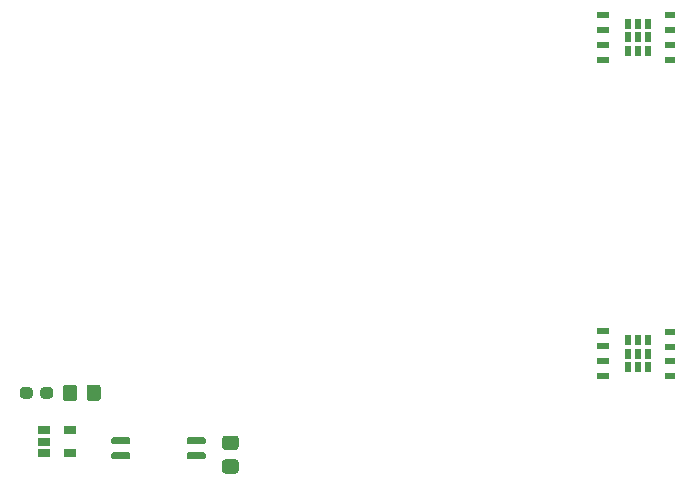
<source format=gbr>
%TF.GenerationSoftware,KiCad,Pcbnew,(5.1.7)-1*%
%TF.CreationDate,2021-07-26T21:24:21-04:00*%
%TF.ProjectId,PhoneInterface,50686f6e-6549-46e7-9465-72666163652e,rev?*%
%TF.SameCoordinates,Original*%
%TF.FileFunction,Paste,Top*%
%TF.FilePolarity,Positive*%
%FSLAX46Y46*%
G04 Gerber Fmt 4.6, Leading zero omitted, Abs format (unit mm)*
G04 Created by KiCad (PCBNEW (5.1.7)-1) date 2021-07-26 21:24:21*
%MOMM*%
%LPD*%
G01*
G04 APERTURE LIST*
%ADD10R,1.060000X0.650000*%
%ADD11R,0.600000X0.900000*%
%ADD12R,0.900000X0.600000*%
%ADD13R,1.050000X0.600000*%
G04 APERTURE END LIST*
D10*
%TO.C,U2*%
X136482000Y-120843000D03*
X136482000Y-122743000D03*
X134282000Y-122743000D03*
X134282000Y-121793000D03*
X134282000Y-120843000D03*
%TD*%
%TO.C,U1*%
G36*
G01*
X141592000Y-122849500D02*
X141592000Y-123149500D01*
G75*
G02*
X141442000Y-123299500I-150000J0D01*
G01*
X140117000Y-123299500D01*
G75*
G02*
X139967000Y-123149500I0J150000D01*
G01*
X139967000Y-122849500D01*
G75*
G02*
X140117000Y-122699500I150000J0D01*
G01*
X141442000Y-122699500D01*
G75*
G02*
X141592000Y-122849500I0J-150000D01*
G01*
G37*
G36*
G01*
X141592000Y-121579500D02*
X141592000Y-121879500D01*
G75*
G02*
X141442000Y-122029500I-150000J0D01*
G01*
X140117000Y-122029500D01*
G75*
G02*
X139967000Y-121879500I0J150000D01*
G01*
X139967000Y-121579500D01*
G75*
G02*
X140117000Y-121429500I150000J0D01*
G01*
X141442000Y-121429500D01*
G75*
G02*
X141592000Y-121579500I0J-150000D01*
G01*
G37*
G36*
G01*
X147967000Y-121579500D02*
X147967000Y-121879500D01*
G75*
G02*
X147817000Y-122029500I-150000J0D01*
G01*
X146492000Y-122029500D01*
G75*
G02*
X146342000Y-121879500I0J150000D01*
G01*
X146342000Y-121579500D01*
G75*
G02*
X146492000Y-121429500I150000J0D01*
G01*
X147817000Y-121429500D01*
G75*
G02*
X147967000Y-121579500I0J-150000D01*
G01*
G37*
G36*
G01*
X147967000Y-122849500D02*
X147967000Y-123149500D01*
G75*
G02*
X147817000Y-123299500I-150000J0D01*
G01*
X146492000Y-123299500D01*
G75*
G02*
X146342000Y-123149500I0J150000D01*
G01*
X146342000Y-122849500D01*
G75*
G02*
X146492000Y-122699500I150000J0D01*
G01*
X147817000Y-122699500D01*
G75*
G02*
X147967000Y-122849500I0J-150000D01*
G01*
G37*
%TD*%
%TO.C,R2*%
G36*
G01*
X150500501Y-122488500D02*
X149600499Y-122488500D01*
G75*
G02*
X149350500Y-122238501I0J249999D01*
G01*
X149350500Y-121538499D01*
G75*
G02*
X149600499Y-121288500I249999J0D01*
G01*
X150500501Y-121288500D01*
G75*
G02*
X150750500Y-121538499I0J-249999D01*
G01*
X150750500Y-122238501D01*
G75*
G02*
X150500501Y-122488500I-249999J0D01*
G01*
G37*
G36*
G01*
X150500501Y-124488500D02*
X149600499Y-124488500D01*
G75*
G02*
X149350500Y-124238501I0J249999D01*
G01*
X149350500Y-123538499D01*
G75*
G02*
X149600499Y-123288500I249999J0D01*
G01*
X150500501Y-123288500D01*
G75*
G02*
X150750500Y-123538499I0J-249999D01*
G01*
X150750500Y-124238501D01*
G75*
G02*
X150500501Y-124488500I-249999J0D01*
G01*
G37*
%TD*%
%TO.C,R1*%
G36*
G01*
X137077500Y-117215499D02*
X137077500Y-118115501D01*
G75*
G02*
X136827501Y-118365500I-249999J0D01*
G01*
X136127499Y-118365500D01*
G75*
G02*
X135877500Y-118115501I0J249999D01*
G01*
X135877500Y-117215499D01*
G75*
G02*
X136127499Y-116965500I249999J0D01*
G01*
X136827501Y-116965500D01*
G75*
G02*
X137077500Y-117215499I0J-249999D01*
G01*
G37*
G36*
G01*
X139077500Y-117215499D02*
X139077500Y-118115501D01*
G75*
G02*
X138827501Y-118365500I-249999J0D01*
G01*
X138127499Y-118365500D01*
G75*
G02*
X137877500Y-118115501I0J249999D01*
G01*
X137877500Y-117215499D01*
G75*
G02*
X138127499Y-116965500I249999J0D01*
G01*
X138827501Y-116965500D01*
G75*
G02*
X139077500Y-117215499I0J-249999D01*
G01*
G37*
%TD*%
D11*
%TO.C,Q2*%
X184589000Y-87566500D03*
D12*
X187289000Y-88166500D03*
D13*
X181569000Y-89476500D03*
X181569000Y-88206500D03*
X181569000Y-85656500D03*
X181569000Y-86926500D03*
D12*
X187289000Y-86966500D03*
X187289000Y-89446500D03*
X187289000Y-85686500D03*
D11*
X183739000Y-87566500D03*
X185439000Y-87566500D03*
X185439000Y-88716500D03*
X183739000Y-88716500D03*
X184589000Y-88716500D03*
X185439000Y-86416500D03*
X183739000Y-86416500D03*
X184589000Y-86416500D03*
%TD*%
%TO.C,Q1*%
X184589000Y-114363500D03*
D12*
X187289000Y-114963500D03*
D13*
X181569000Y-116273500D03*
X181569000Y-115003500D03*
X181569000Y-112453500D03*
X181569000Y-113723500D03*
D12*
X187289000Y-113763500D03*
X187289000Y-116243500D03*
X187289000Y-112483500D03*
D11*
X183739000Y-114363500D03*
X185439000Y-114363500D03*
X185439000Y-115513500D03*
X183739000Y-115513500D03*
X184589000Y-115513500D03*
X185439000Y-113213500D03*
X183739000Y-113213500D03*
X184589000Y-113213500D03*
%TD*%
%TO.C,C6*%
G36*
G01*
X133316000Y-117428000D02*
X133316000Y-117903000D01*
G75*
G02*
X133078500Y-118140500I-237500J0D01*
G01*
X132478500Y-118140500D01*
G75*
G02*
X132241000Y-117903000I0J237500D01*
G01*
X132241000Y-117428000D01*
G75*
G02*
X132478500Y-117190500I237500J0D01*
G01*
X133078500Y-117190500D01*
G75*
G02*
X133316000Y-117428000I0J-237500D01*
G01*
G37*
G36*
G01*
X135041000Y-117428000D02*
X135041000Y-117903000D01*
G75*
G02*
X134803500Y-118140500I-237500J0D01*
G01*
X134203500Y-118140500D01*
G75*
G02*
X133966000Y-117903000I0J237500D01*
G01*
X133966000Y-117428000D01*
G75*
G02*
X134203500Y-117190500I237500J0D01*
G01*
X134803500Y-117190500D01*
G75*
G02*
X135041000Y-117428000I0J-237500D01*
G01*
G37*
%TD*%
M02*

</source>
